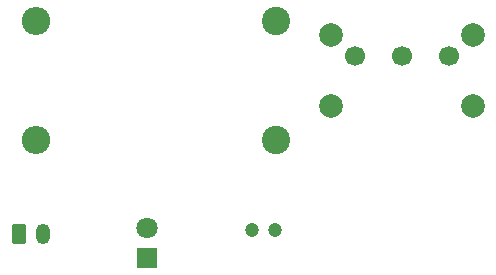
<source format=gbr>
%TF.GenerationSoftware,KiCad,Pcbnew,(6.0.10)*%
%TF.CreationDate,2023-03-03T00:15:28-08:00*%
%TF.ProjectId,ex 1,65782031-2e6b-4696-9361-645f70636258,rev?*%
%TF.SameCoordinates,Original*%
%TF.FileFunction,Soldermask,Top*%
%TF.FilePolarity,Negative*%
%FSLAX46Y46*%
G04 Gerber Fmt 4.6, Leading zero omitted, Abs format (unit mm)*
G04 Created by KiCad (PCBNEW (6.0.10)) date 2023-03-03 00:15:28*
%MOMM*%
%LPD*%
G01*
G04 APERTURE LIST*
G04 Aperture macros list*
%AMRoundRect*
0 Rectangle with rounded corners*
0 $1 Rounding radius*
0 $2 $3 $4 $5 $6 $7 $8 $9 X,Y pos of 4 corners*
0 Add a 4 corners polygon primitive as box body*
4,1,4,$2,$3,$4,$5,$6,$7,$8,$9,$2,$3,0*
0 Add four circle primitives for the rounded corners*
1,1,$1+$1,$2,$3*
1,1,$1+$1,$4,$5*
1,1,$1+$1,$6,$7*
1,1,$1+$1,$8,$9*
0 Add four rect primitives between the rounded corners*
20,1,$1+$1,$2,$3,$4,$5,0*
20,1,$1+$1,$4,$5,$6,$7,0*
20,1,$1+$1,$6,$7,$8,$9,0*
20,1,$1+$1,$8,$9,$2,$3,0*%
G04 Aperture macros list end*
%ADD10C,2.400000*%
%ADD11O,2.400000X2.400000*%
%ADD12C,2.000000*%
%ADD13C,1.700000*%
%ADD14R,1.800000X1.800000*%
%ADD15C,1.800000*%
%ADD16C,1.200000*%
%ADD17RoundRect,0.250000X-0.350000X-0.625000X0.350000X-0.625000X0.350000X0.625000X-0.350000X0.625000X0*%
%ADD18O,1.200000X1.750000*%
G04 APERTURE END LIST*
D10*
%TO.C,R1*%
X147320000Y-88900000D03*
D11*
X127000000Y-88900000D03*
%TD*%
D12*
%TO.C,SW1*%
X163980000Y-86005000D03*
X151980000Y-86005000D03*
X151980000Y-80005000D03*
X163980000Y-80005000D03*
D13*
X153980000Y-81755000D03*
X157980000Y-81755000D03*
X161980000Y-81755000D03*
%TD*%
D10*
%TO.C,R2*%
X147320000Y-78780000D03*
D11*
X127000000Y-78780000D03*
%TD*%
D14*
%TO.C,D1*%
X136409666Y-98840016D03*
D15*
X136409666Y-96300016D03*
%TD*%
D16*
%TO.C,C1*%
X147270000Y-96520000D03*
X145270000Y-96520000D03*
%TD*%
D17*
%TO.C,J1*%
X125550000Y-96820000D03*
D18*
X127550000Y-96820000D03*
%TD*%
M02*

</source>
